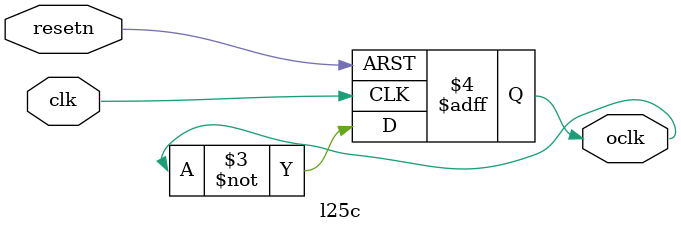
<source format=v>


module vga_render(input sL,
					   input clk,
						input vclk,
						input resetn,
					   input [5:0] ccolour,
					   input [6:0] cascii,
					   input chl,
					   output reg [6:0] cx,
						output reg [5:0] cy,
					   output [9:0] VGA_R,
					   output [9:0] VGA_G,
					   output [9:0] VGA_B,
				      output VGA_HS,
				      output VGA_VS,
				      output VGA_BLANK,
				      output VGA_SYNC,
				      output VGA_CLK,
						output [15:0] DEBUG);
parameter black = 6'b000000;
/* 8 x 6 bit colour */				
reg [47:0] linecols;
/* 16 x 6 bit colour */
reg [95:0] linecoll;
wire [47:0] cds;
wire [95:0] cdl;

// you will see why this monstrousity is needed in a bit
reg [5:0] lastpixs, lastpixl, slastpixs, slastpixl;
wire [5:0] lastpxst, lastpxlt,slastpxst, slastpxlt;
access6bitf48 a6b48l(linecols, 3'b111, lastpxst);
access6bitf96 a6b96l(linecoll, 4'b1111, lastpxlt);
access6bitf48 a6b48sl(linecols, 3'b110, slastpxst);
access6bitf96 a6b96sl(linecoll, 4'b1110, slastpxlt);


reg [5:0] outcol;
wire [9:0] x;
wire [8:0] y;
wire [6:0] cxs, cxl, nxs, nxl;
wire [5:0] cys, cyl, nys, nyl;
wire [3:0] nrl;
wire [2:0] nrs;
wire [255:0] datal;
wire [63:0] datas;
// fvga_pll mypll(clk, clock_25);
getcharindexL gciL(x, y, cxl, cyl);
getcharindexS gciS(x, y, cxs, cys);
getnextCharandRowL nCaRL(x, y, nxl, nyl, nrl); 
getnextCharandRowS nCaRS(x, y, nxs, nys, nrs);
wire [7:0] smask;
wire [15:0] lmask;
access8bit a8b(datas, nrs, smask);
access16bit a16b(datal, nrl, lmask);
wire [5:0] sincol, lincol;
access6bitf48 a6b48(linecols, x[2:0], sincol);
access6bitf96 a6b96(linecoll, x[3:0], lincol);
m96 m96l(ccolour, black, chl, lmask, cdl);
m48 m48s(ccolour, black, chl, smask, cds);
char_rom cr(clk, cascii, datal, datas);
always @(*)
begin
	if(sL) begin
		cx <= nxl;
		cy <= nyl;
	end
	else
	begin
		cx <= nxs;
		cy <= nys;
	end
end
always @(posedge clk)
begin
	/* read from buffer */
	if (sL) begin
		// OK, so we basically do not trust the
		// RAM to get the data we need in 2 clock cycles,
		// so we have 2 pixels preloaded while fetching our
		// next set of pixels.
		if(x[3:0] == 4'b1111) begin
			outcol <= lastpixl;
		end
		else if (x[3:0] == 4'b1110) begin
			outcol <= slastpixl;
			lastpixl <= lastpxlt;
			linecoll <= cdl;
		end
		else if (x[3:0] == 4'b1101) begin
			outcol <= lincol;
			slastpixl <= slastpxlt;
		end
		else begin
			outcol <= lincol;
		end
	end
	else
	begin
		if(x[2:0] == 3'b111) begin
			outcol <= lastpixs;
		end
		else if (x[2:0] == 3'b110) begin
			outcol <= slastpixs;
			lastpixs <= lastpxst;
			linecols <= cds;
		end
		else if (x[2:0] == 3'b101) begin
			slastpixs <= slastpxst;
			outcol <= sincol;
		end
		else begin
			outcol <= sincol;
		end
	end
end
assign DEBUG = datas[15:0];
vga_controller vcontrol(
					.vga_clock(vclk), 
					.resetn(resetn), 
					.pixel_colour(outcol), 
					.x(x),
					.y(y),
					.VGA_R(VGA_R),
					.VGA_G(VGA_G),
					.VGA_B(VGA_B),
					.VGA_HS(VGA_HS),
					.VGA_VS(VGA_VS),
					.VGA_BLANK(VGA_BLANK),
					.VGA_SYNC(VGA_SYNC),
					.VGA_CLK(VGA_CLK)); 

endmodule

module getcharindexS(input [9:0] px,
						   input [8:0] py,
						   output [6:0] cx,
							output [5:0] cy);
	assign cx = px[9:3];
	assign cy = 6'd59 - py[8:3];
endmodule 

module getcharindexL(input [9:0] px,
						   input [8:0] py,
						   output [6:0] cx,
							output [5:0] cy);
	assign cx = px[9:4];
	assign cy = 6'd29 - py[8:4];
endmodule 

module getnextCharandRowS(input [9:0] px,
								  input [8:0] py,
								  output reg [6:0] cx,
								  output reg [5:0] cy,
								  output reg [2:0] row);
	always @(*)
	begin
			if (px[9:3] == 7'd79) begin
				/* end of row */
				if (py[2:0] == 3'b111) begin
					if (py[8:3] == 6'd59) begin
						/* last row */
						cy <= 6'd59;
					end
					else begin
						cy <= 58 - py[8:3];
					end
					cx <= 7'd0;
					row <= 4'b0;
				end
				else
				begin
					cy <= 59 - py[8:3];
					cx <= 7'd0;
					row <= 3'b110 - py[2:0];
				end
			end
			else
			begin 
				cx <= px[9:3] + 1;
				cy <= 59 - py[8:3];
				row <= 3'b111 - py[2:0];
			end
		end
endmodule

				 
module getnextCharandRowL(input [9:0] px,
								  input [8:0] py,
								  output reg [6:0] cx,
								  output reg [5:0] cy,
								  output reg [3:0] row);
	always @(*)
	begin
			if (px[9:4] == 6'd39) begin
				/* end of row */
				if (py[3:0] == 4'b1111) begin
					if (py[8:4] == 5'd29) begin
						/* last row */
						cy <= 6'd29;
					end
					else begin
						cy <= 6'd28 - py[8:4];
					end
					cx <= 7'd0;
					row <= 3'b0;
				end
				else
				begin
					cy <= 6'd29 - py[8:4];
					cx <= 7'd0;
					row <= 4'b1110 - py[3:0];
				end
			end
			else
			begin 
				cx <= px[9:4] + 1'b1;
				cy <= 6'd29 - py[8:4];
				row <= 4'b1111 - py[3:0];
			end
	end
endmodule


module mux6(input [5:0] a,
				input [5:0] b,
				input inv,
				input c,
				output reg [5:0] o);
	always @(*)
	begin
	if (c == inv) o <= b;
	else o <= a;
	end
endmodule

module m48(input [5:0] a,
				 input [5:0] b,
				 input inv,
				 input [7:0] mask,
				 output [47:0] o);
	wire [5:0] x0, x1, x2, x3, x4, x5, x6, x7;
	mux6 m0(a, b, inv, mask[0], x0);
	mux6 m1(a, b, inv, mask[1], x1);
	mux6 m2(a, b, inv, mask[2], x2);
	mux6 m3(a, b, inv, mask[3], x3);
	mux6 m4(a, b, inv, mask[4], x4);
	mux6 m5(a, b, inv, mask[5], x5);
	mux6 m6(a, b, inv, mask[6], x6);
	mux6 m7(a, b, inv, mask[7], x7);
	assign o = x0 + (x1 << 6)
					  + (x2 << 12)
					  + (x3 << 18)
					  + (x4 << 24)
					  + (x5 << 30)
					  + (x6 << 36)
					  + (x7 << 42);
endmodule

module m96(input [5:0] a,
				 input [5:0] b,
				 input inv,
				 input [15:0] mask,
				 output [95:0] o);
	wire [5:0] x0, x1, x2, x3, x4, x5, x6, x7;
	wire [5:0] x8, x9, xa, xb, xc, xd, xe, xf;
	mux6 m0(a, b, inv, mask[0], x0);
	mux6 m1(a, b, inv, mask[1], x1);
	mux6 m2(a, b, inv, mask[2], x2);
	mux6 m3(a, b, inv, mask[3], x3);
	mux6 m4(a, b, inv, mask[4], x4);
	mux6 m5(a, b, inv, mask[5], x5);
	mux6 m6(a, b, inv, mask[6], x6);
	mux6 m7(a, b, inv, mask[7], x7);
	mux6 m8(a, b, inv, mask[8], x8);
	mux6 m9(a, b, inv, mask[9], x9);
	mux6 ma(a, b, inv, mask[10], xa);
	mux6 mb(a, b, inv, mask[11], xb);
	mux6 mc(a, b, inv, mask[12], xc);
	mux6 md(a, b, inv, mask[13], xd);
	mux6 me(a, b, inv, mask[14], xe);
	mux6 mf(a, b, inv, mask[15], xf);
	assign o = x0 + (x1 << 6)
					  + (x2 << 12)
					  + (x3 << 18)
					  + (x4 << 24)
					  + (x5 << 30)
					  + (x6 << 36)
					  + (x7 << 42)
					  + (x8 << 48)
					  + (x9 << 54)
					  + (xa << 60)
					  + (xb << 66)
					  + (xc << 72)
					  + (xd << 78)
					  + (xe << 84)
					  + (xf << 90);				 
endmodule


module access8bit(input [63:0] data, input [2:0] inputin, output reg [7:0] target);
	always @(*)
	begin
		case (inputin)
			3'h0: target = data[7:0];
			3'h1: target = data[15:8];
			3'h2: target = data[23:16];
			3'h3: target = data[31:24];
			3'h4: target = data[39:32];
			3'h5: target = data[47:40];
			3'h6: target = data[55:48];			
			3'h7: target = data[63:56];
		endcase
	end
endmodule

module access6bitf48(input [47:0] data, input [2:0] inputin, output reg [5:0] target);
	always @(*)
	begin
		case (inputin)
			3'd0: target = data[5:0];
			3'd1: target = data[11:5];
			3'd2: target = data[17:12];
			3'd3: target = data[23:18];
			3'd4: target = data[29:24];
			3'd5: target = data[35:30];
			3'd6: target = data[41:36];			
			3'd7: target = data[47:42];
		endcase
	end
endmodule
module access6bitf96(input [95:0] data, input [3:0] inputin, output reg [5:0] target);
	always @(*)
	begin
		case (inputin)
			4'h0: target = data[5:0];
			4'h1: target = data[11:5];
			4'h2: target = data[17:12];
			4'h3: target = data[23:18];
			4'h4: target = data[29:24];
			4'h5: target = data[35:30];
			4'h6: target = data[41:36];			
			4'h7: target = data[47:42];
			4'h8: target = data[53:48];
			4'h9: target = data[59:54];
			4'ha: target = data[65:60];
			4'hb: target = data[71:66];
			4'hc: target = data[77:72];
			4'hd: target = data[83:78];
			4'he: target = data[89:84];			
			4'hf: target = data[95:90];
		endcase
	end
endmodule

module access16bit(input [255:0] data, input [3:0] inputin, output reg [15:0] target);
	always @(*)
	begin
		case (inputin)
			4'h0: target = data[15:0];
			4'h1: target = data[31:16];
			4'h2: target = data[47:32];
			4'h3: target = data[63:48];
			4'h4: target = data[79:64];
			4'h5: target = data[95:80];
			4'h6: target = data[111:96];			
			4'h7: target = data[127:112];
			4'h8: target = data[143:128];
			4'h9: target = data[159:144];
			4'ha: target = data[175:160];
			4'hb: target = data[191:176];
			4'hc: target = data[207:192];
			4'hd: target = data[223:208];
			4'he: target = data[239:224];			
			4'hf: target = data[255:240];
		endcase
	end
endmodule

module l25c(input clk, input resetn, output reg oclk);
	always @(posedge clk, negedge resetn)
	begin
		if(~resetn)
		begin
			oclk<= 1'b0;
		end
		else
			oclk <= ~oclk;
	end
endmodule
</source>
